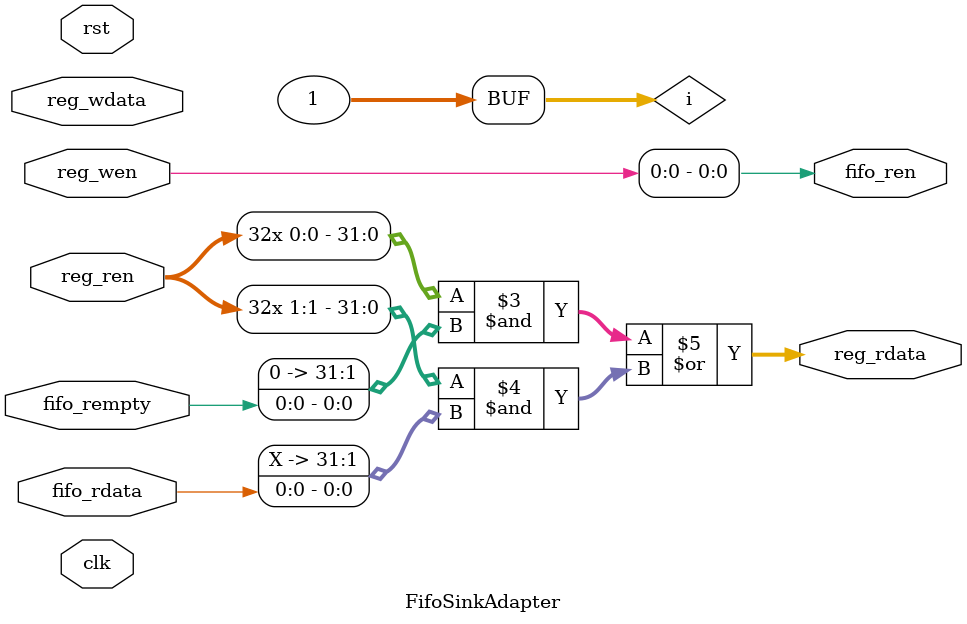
<source format=v>
`timescale 1ns / 1ps

module FifoSinkAdapter #(
    parameter DATA_WIDTH = 1,
    parameter __DATA_REG_CNT = (DATA_WIDTH + 31) / 32
)(

    input                           clk,
    input                           rst,

    input       [__DATA_REG_CNT:0]  reg_wen,
    input       [31:0]              reg_wdata,
    input       [__DATA_REG_CNT:0]  reg_ren,
    output reg  [31:0]              reg_rdata,

    output                          fifo_ren,
    input       [DATA_WIDTH-1:0]    fifo_rdata,
    input                           fifo_rempty

);

    // Register space:
    //   0: STAT [RO] CTRL [WO]
    //   1: DATA_1 [RO]
    //   2: DATA_2 [RO]
    //   ...
    //   N: DATA_N [RO]

    // STAT: [0] = empty
    // CTRL: do fifo read when written

    integer i;

    always @* begin
        reg_rdata = {32{reg_ren[0]}} & {31'd0, fifo_rempty};
        for (i=0; i<__DATA_REG_CNT; i=i+1) begin
            reg_rdata = reg_rdata | {32{reg_ren[i+1]}} & fifo_rdata[32*i+:32];
        end
    end

    assign fifo_ren = reg_wen[0];

endmodule

</source>
